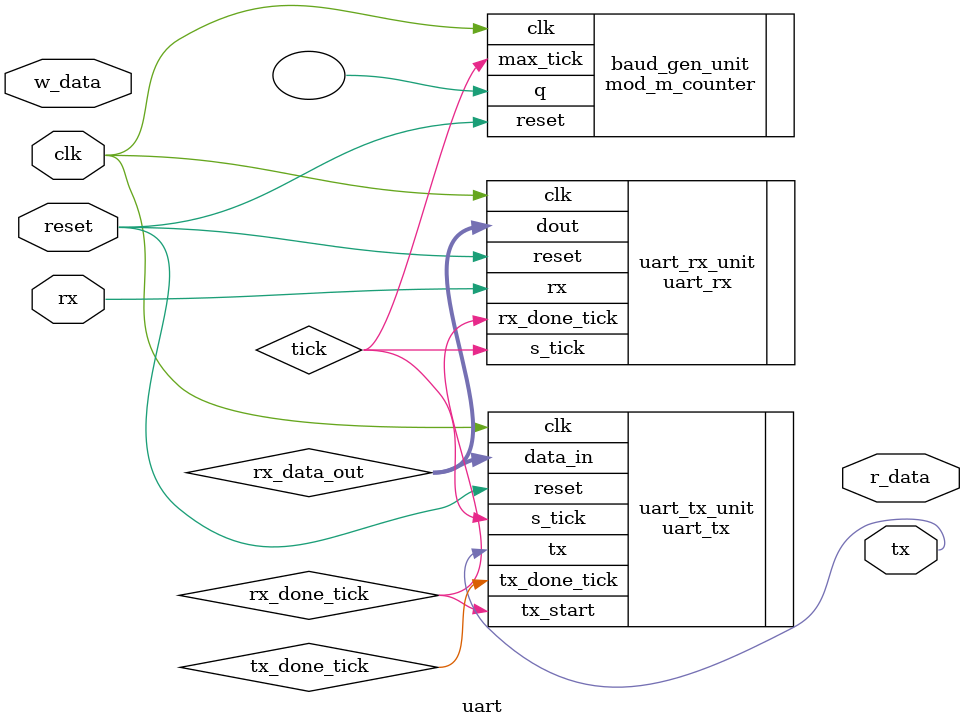
<source format=v>
module uart
  #(  // Configuración por defecto:
      // 19,200 baudios, 8 bits de datos, 1 bit de stop, 2^2 FIFO
    parameter DBIT = 8,        // Bits de datos
              SB_TICK = 16,  // Ticks para el bit de stop. 16/24/32 para 1/1,5/2 bits
              DVSR = 326,        // DVSR para generar el Baudrate. DVSR = 100M/(16*baudrate)
              DVSR_BIT = 9     // Bits del DVSR  
	)
  (
    input wire clk, reset,
    input wire rx,
    input wire [7:0] w_data,
    output wire tx,
    output wire [7:0] r_data
  );
  
  // Declaración de señales
  wire tick, rx_done_tick, tx_done_tick;
  wire [7:0] rx_data_out;
  
  // Cuerpo
  mod_m_counter #(.M(DVSR), .N(DVSR_BIT)) baud_gen_unit
    (.clk(clk), .reset(reset), .q(), .max_tick(tick));
    
  uart_rx #(.DBIT(DBIT), .SB_TICK(SB_TICK)) uart_rx_unit
    (.clk(clk), .reset(reset), .rx(rx), .s_tick(tick),
     .rx_done_tick(rx_done_tick), .dout(rx_data_out));
     
  uart_tx #(.DBIT(DBIT), .SB_TICK(SB_TICK)) uart_tx_unit
    (.clk(clk), .reset(reset), .tx_start(rx_done_tick),
     .s_tick(tick), .data_in(rx_data_out),
     .tx_done_tick(tx_done_tick), .tx(tx));
  
endmodule

</source>
